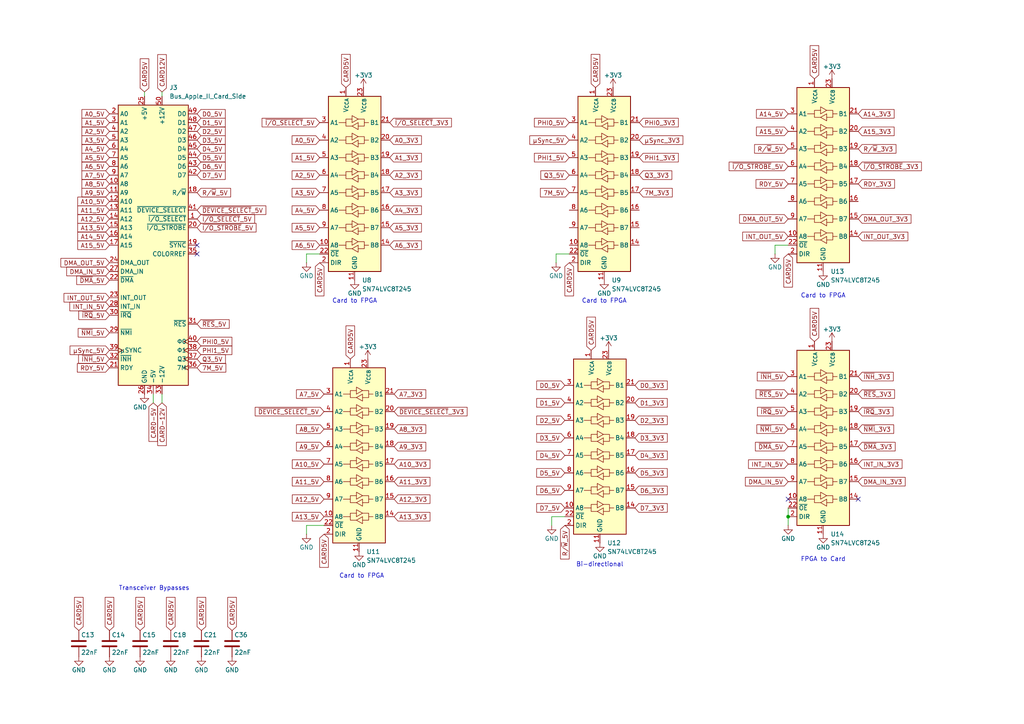
<source format=kicad_sch>
(kicad_sch (version 20250114) (generator "eeschema") (generator_version "9.0")
  (paper "A4")
  (title_block (title "Apple II Bus Interface - Level Shifted") (date "2025-11-30") (rev "1.0.0") (company "clock. Connected to FPGA banks 6 and 7.") (comment 1 "(PHI0, PHI1, R/W, device selects, DMA, interrupts, etc.). 25MHz oscillator for FPGA system") (comment 2 "(A0-A15), data (D0-D7 bidirectional, direction controlled by R/W), and control signals") (comment 3 "74LVC8T245 level shifters translating between 5V Apple II bus and 3.3V FPGA. Address") (comment 4 "Card Apple II bus interface. 50-pin card edge connector with full bus signals. Six"))
  (lib_symbols
    (symbol "Device:C" (pin_numbers (hide yes)) (pin_names (offset 0.254))
      (property "Reference" "C" (at 0.635 2.54 0))
      (property "Value" "C" (at 0.635 -2.54 0))
      (symbol "C_0_1"
        (polyline (pts (xy -2.032 0.762) (xy 2.032 0.762)) (stroke (width 0.508)))
        (polyline (pts (xy -2.032 -0.762) (xy 2.032 -0.762)) (stroke (width 0.508)))
      )
      (symbol "C_1_1"
        (pin passive line (at 0 3.81 270) (length 2.794) (name "~") (number "1"))
        (pin passive line (at 0 -3.81 90) (length 2.794) (name "~") (number "2"))
      )
    )
    (symbol "Logic_LevelTranslator:SN74LVC8T245"
      (property "Reference" "U" (at -6.35 27.94 0))
      (property "Value" "SN74LVC8T245" (at 3.81 27.94 0))
      (symbol "SN74LVC8T245_0_1"
        (rectangle (start -7.62 25.4) (end 7.62 -25.4) (stroke (width 0.254)) (fill (type background)))
        (polyline (pts (xy -2.54 17.78) (xy -2.54 18.796) (xy -0.762 18.796)))
        (polyline (pts (xy -2.54 7.62) (xy -2.54 8.636) (xy -0.762 8.636)))
        (polyline (pts (xy -2.54 -2.54) (xy -2.54 -1.524) (xy -0.762 -1.524)))
        (polyline (pts (xy -2.54 -12.7) (xy -2.54 -11.684) (xy -0.762 -11.684)))
        (polyline (pts (xy -0.762 17.78) (xy -0.762 19.812) (xy 1.016 18.796) (xy -0.762 17.78)))
        (polyline (pts (xy -0.762 16.764) (xy -2.54 16.764) (xy -2.54 17.78) (xy -4.572 17.78)))
        (polyline (pts (xy -0.762 7.62) (xy -0.762 9.652) (xy 1.016 8.636) (xy -0.762 7.62)))
        (polyline (pts (xy -0.762 6.604) (xy -2.54 6.604) (xy -2.54 7.62) (xy -4.572 7.62)))
        (polyline (pts (xy -0.762 -2.54) (xy -0.762 -0.508) (xy 1.016 -1.524) (xy -0.762 -2.54)))
        (polyline (pts (xy -0.762 -3.556) (xy -2.54 -3.556) (xy -2.54 -2.54) (xy -4.572 -2.54)))
        (polyline (pts (xy -0.762 -12.7) (xy -0.762 -10.668) (xy 1.016 -11.684) (xy -0.762 -12.7)))
        (polyline (pts (xy -0.762 -13.716) (xy -2.54 -13.716) (xy -2.54 -12.7) (xy -4.572 -12.7)))
        (polyline (pts (xy 1.016 18.796) (xy 2.794 18.796) (xy 2.794 17.78) (xy 4.064 17.78)))
        (polyline (pts (xy 1.016 17.78) (xy 1.016 16.002) (xy 1.016 15.748) (xy -0.762 16.764) (xy 1.016 17.78)))
        (polyline (pts (xy 1.016 8.636) (xy 2.794 8.636) (xy 2.794 7.62) (xy 4.064 7.62)))
        (polyline (pts (xy 1.016 7.62) (xy 1.016 5.842) (xy 1.016 5.588) (xy -0.762 6.604) (xy 1.016 7.62)))
        (polyline (pts (xy 1.016 2.54) (xy 1.016 0.762) (xy 1.016 0.508) (xy -0.762 1.524) (xy 1.016 2.54)))
        (polyline (pts (xy 1.016 -1.524) (xy 2.794 -1.524) (xy 2.794 -2.54) (xy 4.064 -2.54)))
        (polyline (pts (xy 1.016 -2.54) (xy 1.016 -4.318) (xy 1.016 -4.572) (xy -0.762 -3.556) (xy 1.016 -2.54)))
        (polyline (pts (xy 1.016 -11.684) (xy 2.794 -11.684) (xy 2.794 -12.7) (xy 4.064 -12.7)))
        (polyline (pts (xy 1.016 -12.7) (xy 1.016 -14.478) (xy 1.016 -14.732) (xy -0.762 -13.716) (xy 1.016 -12.7)))
        (polyline (pts (xy 1.016 -17.78) (xy 1.016 -19.558) (xy 1.016 -19.812) (xy -0.762 -18.796) (xy 1.016 -17.78)))
        (polyline (pts (xy 2.794 17.78) (xy 2.794 16.764) (xy 1.016 16.764)))
        (polyline (pts (xy 2.794 7.62) (xy 2.794 6.604) (xy 1.016 6.604)))
        (polyline (pts (xy 2.794 -2.54) (xy 2.794 -3.556) (xy 1.016 -3.556)))
        (polyline (pts (xy 2.794 -12.7) (xy 2.794 -13.716) (xy 1.016 -13.716)))
      )
      (symbol "SN74LVC8T245_1_1"
        (polyline (pts (xy -2.54 12.7) (xy -2.54 13.716) (xy -0.762 13.716)))
        (polyline (pts (xy -2.54 2.54) (xy -2.54 3.556) (xy -0.762 3.556)))
        (polyline (pts (xy -2.54 -7.62) (xy -2.54 -6.604) (xy -0.762 -6.604)))
        (polyline (pts (xy -2.54 -17.78) (xy -2.54 -16.764) (xy -0.762 -16.764)))
        (polyline (pts (xy -0.762 12.7) (xy -0.762 14.732) (xy 1.016 13.716) (xy -0.762 12.7)))
        (polyline (pts (xy -0.762 11.684) (xy -2.54 11.684) (xy -2.54 12.7) (xy -4.572 12.7)))
        (polyline (pts (xy -0.762 2.54) (xy -0.762 4.572) (xy 1.016 3.556) (xy -0.762 2.54)))
        (polyline (pts (xy -0.762 1.524) (xy -2.54 1.524) (xy -2.54 2.54) (xy -4.572 2.54)))
        (polyline (pts (xy -0.762 -7.62) (xy -0.762 -5.588) (xy 1.016 -6.604) (xy -0.762 -7.62)))
        (polyline (pts (xy -0.762 -8.636) (xy -2.54 -8.636) (xy -2.54 -7.62) (xy -4.572 -7.62)))
        (polyline (pts (xy -0.762 -17.78) (xy -0.762 -15.748) (xy 1.016 -16.764) (xy -0.762 -17.78)))
        (polyline (pts (xy -0.762 -18.796) (xy -2.54 -18.796) (xy -2.54 -17.78) (xy -4.572 -17.78)))
        (polyline (pts (xy 1.016 13.716) (xy 2.794 13.716) (xy 2.794 12.7) (xy 4.064 12.7)))
        (polyline (pts (xy 1.016 12.7) (xy 1.016 10.922) (xy 1.016 10.668) (xy -0.762 11.684) (xy 1.016 12.7)))
        (polyline (pts (xy 1.016 3.556) (xy 2.794 3.556) (xy 2.794 2.54) (xy 4.064 2.54)))
        (polyline (pts (xy 1.016 -6.604) (xy 2.794 -6.604) (xy 2.794 -7.62) (xy 4.064 -7.62)))
        (polyline (pts (xy 1.016 -7.62) (xy 1.016 -9.398) (xy 1.016 -9.652) (xy -0.762 -8.636) (xy 1.016 -7.62)))
        (polyline (pts (xy 1.016 -16.764) (xy 2.794 -16.764) (xy 2.794 -17.78) (xy 4.064 -17.78)))
        (polyline (pts (xy 2.794 12.7) (xy 2.794 11.684) (xy 1.016 11.684)))
        (polyline (pts (xy 2.794 2.54) (xy 2.794 1.524) (xy 1.016 1.524)))
        (polyline (pts (xy 2.794 -7.62) (xy 2.794 -8.636) (xy 1.016 -8.636)))
        (polyline (pts (xy 2.794 -17.78) (xy 2.794 -18.796) (xy 1.016 -18.796)))
        (pin bidirectional line (at -10.16 17.78 0) (length 2.54) (name "A1") (number "3"))
        (pin bidirectional line (at -10.16 12.7 0) (length 2.54) (name "A2") (number "4"))
        (pin bidirectional line (at -10.16 7.62 0) (length 2.54) (name "A3") (number "5"))
        (pin bidirectional line (at -10.16 2.54 0) (length 2.54) (name "A4") (number "6"))
        (pin bidirectional line (at -10.16 -2.54 0) (length 2.54) (name "A5") (number "7"))
        (pin bidirectional line (at -10.16 -7.62 0) (length 2.54) (name "A6") (number "8"))
        (pin bidirectional line (at -10.16 -12.7 0) (length 2.54) (name "A7") (number "9"))
        (pin bidirectional line (at -10.16 -17.78 0) (length 2.54) (name "A8") (number "10"))
        (pin input line (at -10.16 -20.32 0) (length 2.54) (name "~{OE}") (number "22"))
        (pin input line (at -10.16 -22.86 0) (length 2.54) (name "DIR") (number "2"))
        (pin power_in line (at -2.54 27.94 270) (length 2.54) (name "V_{CCA}") (number "1"))
        (pin power_in line (at 0 -27.94 90) (length 2.54) (name "GND") (number "11"))
        (pin passive line (at 0 -27.94 90) (length 2.54) (hide yes) (name "GND") (number "12"))
        (pin passive line (at 0 -27.94 90) (length 2.54) (hide yes) (name "GND") (number "13"))
        (pin power_in line (at 2.54 27.94 270) (length 2.54) (name "V_{CCB}") (number "23"))
        (pin passive line (at 2.54 27.94 270) (length 2.54) (hide yes) (name "V_{CCB}") (number "24"))
        (pin bidirectional line (at 10.16 17.78 180) (length 2.54) (name "B1") (number "21"))
        (pin bidirectional line (at 10.16 12.7 180) (length 2.54) (name "B2") (number "20"))
        (pin bidirectional line (at 10.16 7.62 180) (length 2.54) (name "B3") (number "19"))
        (pin bidirectional line (at 10.16 2.54 180) (length 2.54) (name "B4") (number "18"))
        (pin bidirectional line (at 10.16 -2.54 180) (length 2.54) (name "B5") (number "17"))
        (pin bidirectional line (at 10.16 -7.62 180) (length 2.54) (name "B6") (number "16"))
        (pin bidirectional line (at 10.16 -12.7 180) (length 2.54) (name "B7") (number "15"))
        (pin bidirectional line (at 10.16 -17.78 180) (length 2.54) (name "B8") (number "14"))
      )
    )
    (symbol "PCM_MA_Connector_AppleII:Bus_Apple_II_Card_Side" (in_bom no)
      (property "Reference" "J" (at 7.62 41.91 0))
      (property "Value" "Bus_Apple_II_Card_Side" (at 15.24 -41.91 0))
      (symbol "Bus_Apple_II_Card_Side_0_1"
        (rectangle (start -10.16 40.64) (end 10.16 -40.64) (stroke (width 0.254)) (fill (type background)))
      )
      (symbol "Bus_Apple_II_Card_Side_1_1"
        (pin bidirectional line (at -12.7 38.1 0) (length 2.54) (name "A0") (number "2"))
        (pin bidirectional line (at -12.7 35.56 0) (length 2.54) (name "A1") (number "3"))
        (pin bidirectional line (at -12.7 33.02 0) (length 2.54) (name "A2") (number "4"))
        (pin bidirectional line (at -12.7 30.48 0) (length 2.54) (name "A3") (number "5"))
        (pin bidirectional line (at -12.7 27.94 0) (length 2.54) (name "A4") (number "6"))
        (pin bidirectional line (at -12.7 25.4 0) (length 2.54) (name "A5") (number "7"))
        (pin bidirectional line (at -12.7 22.86 0) (length 2.54) (name "A6") (number "8"))
        (pin bidirectional line (at -12.7 20.32 0) (length 2.54) (name "A7") (number "9"))
        (pin bidirectional line (at -12.7 17.78 0) (length 2.54) (name "A8") (number "10"))
        (pin bidirectional line (at -12.7 15.24 0) (length 2.54) (name "A9") (number "11"))
        (pin bidirectional line (at -12.7 12.7 0) (length 2.54) (name "A10") (number "12"))
        (pin bidirectional line (at -12.7 10.16 0) (length 2.54) (name "A11") (number "13"))
        (pin bidirectional line (at -12.7 7.62 0) (length 2.54) (name "A12") (number "14"))
        (pin bidirectional line (at -12.7 5.08 0) (length 2.54) (name "A13") (number "15"))
        (pin bidirectional line (at -12.7 2.54 0) (length 2.54) (name "A14") (number "16"))
        (pin bidirectional line (at -12.7 0 0) (length 2.54) (name "A15") (number "17"))
        (pin input line (at -12.7 -5.08 0) (length 2.54) (name "DMA_OUT") (number "24"))
        (pin output line (at -12.7 -7.62 0) (length 2.54) (name "DMA_IN") (number "27"))
        (pin input line (at -12.7 -10.16 0) (length 2.54) (name "~{DMA}") (number "22"))
        (pin input line (at -12.7 -15.24 0) (length 2.54) (name "INT_OUT") (number "23"))
        (pin output line (at -12.7 -17.78 0) (length 2.54) (name "INT_IN") (number "28"))
        (pin bidirectional line (at -12.7 -20.32 0) (length 2.54) (name "~{IRQ}") (number "30"))
        (pin bidirectional line (at -12.7 -25.4 0) (length 2.54) (name "~{NMI}") (number "29"))
        (pin input line (at -12.7 -30.48 0) (length 2.54) (name "USER1") (number "39") (alternate "µSYNC" output clock))
        (pin input line (at -12.7 -33.02 0) (length 2.54) (name "~{INH}") (number "32"))
        (pin bidirectional line (at -12.7 -35.56 0) (length 2.54) (name "RDY") (number "21"))
        (pin power_out line (at -2.54 43.18 270) (length 2.54) (name "+5V") (number "25"))
        (pin power_out line (at -2.54 -43.18 90) (length 2.54) (name "GND") (number "26"))
        (pin power_out line (at 0 -43.18 90) (length 2.54) (name "-5V") (number "34"))
        (pin power_out line (at 2.54 43.18 270) (length 2.54) (name "+12V") (number "50"))
        (pin power_out line (at 2.54 -43.18 90) (length 2.54) (name "-12V") (number "33"))
        (pin bidirectional line (at 12.7 38.1 180) (length 2.54) (name "D0") (number "49"))
        (pin bidirectional line (at 12.7 35.56 180) (length 2.54) (name "D1") (number "48"))
        (pin bidirectional line (at 12.7 33.02 180) (length 2.54) (name "D2") (number "47"))
        (pin bidirectional line (at 12.7 30.48 180) (length 2.54) (name "D3") (number "46"))
        (pin bidirectional line (at 12.7 27.94 180) (length 2.54) (name "D4") (number "45"))
        (pin bidirectional line (at 12.7 25.4 180) (length 2.54) (name "D5") (number "44"))
        (pin bidirectional line (at 12.7 22.86 180) (length 2.54) (name "D6") (number "43"))
        (pin bidirectional line (at 12.7 20.32 180) (length 2.54) (name "D7") (number "42"))
        (pin bidirectional line (at 12.7 15.24 180) (length 2.54) (name "R/~{W}") (number "18"))
        (pin output line (at 12.7 10.16 180) (length 2.54) (name "~{DEVICE_SELECT}") (number "41"))
        (pin output line (at 12.7 7.62 180) (length 2.54) (name "~{I/O_SELECT}") (number "1"))
        (pin output line (at 12.7 5.08 180) (length 2.54) (name "~{I/O_STROBE}") (number "20"))
        (pin input line (at 12.7 0 180) (length 2.54) (name "TESTPIN") (number "19") (alternate "~{SYNC}" output line))
        (pin input line (at 12.7 -2.54 180) (length 2.54) (name "TESTPIN") (number "35") (alternate "COLORREF" output line))
        (pin bidirectional line (at 12.7 -22.86 180) (length 2.54) (name "~{RES}") (number "31"))
        (pin output clock (at 12.7 -27.94 180) (length 2.54) (name "Φ0") (number "40"))
        (pin output clock (at 12.7 -30.48 180) (length 2.54) (name "Φ1") (number "38"))
        (pin output clock (at 12.7 -33.02 180) (length 2.54) (name "Q3") (number "37"))
        (pin output clock (at 12.7 -35.56 180) (length 2.54) (name "7M") (number "36"))
      )
    )
    (symbol "power:+3V3" (power) (pin_numbers (hide yes)) (pin_names (offset 0) (hide yes))
      (property "Value" "+3V3" (at 0 3.556 0))
      (symbol "+3V3_0_1"
        (polyline (pts (xy -0.762 1.27) (xy 0 2.54)))
        (polyline (pts (xy 0 2.54) (xy 0.762 1.27)))
        (polyline (pts (xy 0 0) (xy 0 2.54)))
      )
      (symbol "+3V3_1_1"
        (pin power_in line (at 0 0 90) (length 0) (name "~") (number "1"))
      )
    )
    (symbol "power:GND" (power) (pin_numbers (hide yes)) (pin_names (offset 0) (hide yes))
      (property "Value" "GND" (at 0 -3.81 0))
      (symbol "GND_0_1"
        (polyline (pts (xy 0 0) (xy 0 -1.27) (xy 1.27 -1.27) (xy 0 -2.54) (xy -1.27 -1.27) (xy 0 -1.27)))
      )
      (symbol "GND_1_1"
        (pin power_in line (at 0 0 270) (length 0) (name "~") (number "1"))
      )
    )
  )
  (text "Transceiver Bypasses" (at 44.704 170.688 0) (effects (font (size 1.27 1.27))))
  (text "Card to FPGA" (at 104.902 167.132 0) (effects (font (size 1.27 1.27))))
  (text "Card to FPGA" (at 238.76 85.852 0) (effects (font (size 1.27 1.27))))
  (text "Bi-directional" (at 173.99 163.83 0) (effects (font (size 1.27 1.27))))
  (text "FPGA to Card" (at 238.76 162.306 0) (effects (font (size 1.27 1.27))))
  (text "Card to FPGA" (at 102.87 87.376 0) (effects (font (size 1.27 1.27))))
  (text "Card to FPGA" (at 175.26 87.376 0) (effects (font (size 1.27 1.27))))
  (junction (at 228.6 149.86))
  (no_connect (at 57.15 73.66))
  (no_connect (at 57.15 71.12))
  (no_connect (at 228.6 144.78))
  (no_connect (at 248.92 144.78))
  (wire (pts (xy 160.02 152.4) (xy 160.02 149.86)))
  (wire (pts (xy 161.29 73.66) (xy 161.29 76.2)))
  (wire (pts (xy 228.6 149.86) (xy 228.6 152.4)))
  (wire (pts (xy 165.1 73.66) (xy 161.29 73.66)))
  (wire (pts (xy 44.45 114.3) (xy 44.45 116.84)))
  (wire (pts (xy 41.91 26.67) (xy 41.91 27.94)))
  (wire (pts (xy 46.99 26.67) (xy 46.99 27.94)))
  (wire (pts (xy 228.6 71.12) (xy 224.79 71.12)))
  (wire (pts (xy 228.6 147.32) (xy 228.6 149.86)))
  (wire (pts (xy 46.99 114.3) (xy 46.99 116.84)))
  (wire (pts (xy 88.9 152.4) (xy 93.98 152.4)))
  (wire (pts (xy 224.79 71.12) (xy 224.79 73.66)))
  (wire (pts (xy 160.02 149.86) (xy 163.83 149.86)))
  (wire (pts (xy 88.9 152.4) (xy 88.9 154.94)))
  (wire (pts (xy 88.9 73.66) (xy 88.9 76.2)))
  (wire (pts (xy 92.71 73.66) (xy 88.9 73.66)))
  (global_label "A7_5V" (shape input) (at 31.75 50.8 180) (property "Intersheetrefs" "${INTERSHEET_REFS}" (effects (hide yes))))
  (global_label "A1_5V" (shape input) (at 31.75 35.56 180) (property "Intersheetrefs" "${INTERSHEET_REFS}" (effects (hide yes))))
  (global_label "CARD-12V" (shape input) (at 46.99 116.84 270) (property "Intersheetrefs" "${INTERSHEET_REFS}" (effects (hide yes))))
  (global_label "A5_5V" (shape input) (at 92.71 66.04 180) (property "Intersheetrefs" "${INTERSHEET_REFS}" (effects (hide yes))))
  (global_label "PHI0_3V3" (shape input) (at 185.42 35.56 0) (property "Intersheetrefs" "${INTERSHEET_REFS}" (effects (hide yes))))
  (global_label "A2_5V" (shape input) (at 92.71 50.8 180) (property "Intersheetrefs" "${INTERSHEET_REFS}" (effects (hide yes))))
  (global_label "µSync_3V3" (shape input) (at 185.42 40.64 0) (property "Intersheetrefs" "${INTERSHEET_REFS}" (effects (hide yes))))
  (global_label "Q3_5V" (shape input) (at 57.15 104.14 0) (property "Intersheetrefs" "${INTERSHEET_REFS}" (effects (hide yes))))
  (global_label "INT_OUT_5V" (shape input) (at 31.75 86.36 180) (property "Intersheetrefs" "${INTERSHEET_REFS}" (effects (hide yes))))
  (global_label "D0_3V3" (shape input) (at 184.15 111.76 0) (property "Intersheetrefs" "${INTERSHEET_REFS}" (effects (hide yes))))
  (global_label "D3_5V" (shape input) (at 163.83 127 180) (property "Intersheetrefs" "${INTERSHEET_REFS}" (effects (hide yes))))
  (global_label "D6_5V" (shape input) (at 163.83 142.24 180) (property "Intersheetrefs" "${INTERSHEET_REFS}" (effects (hide yes))))
  (global_label "~{RES}_5V" (shape input) (at 57.15 93.98 0) (property "Intersheetrefs" "${INTERSHEET_REFS}" (effects (hide yes))))
  (global_label "R{slash}~{W}_5V" (shape input) (at 57.15 55.88 0) (property "Intersheetrefs" "${INTERSHEET_REFS}" (effects (hide yes))))
  (global_label "D5_5V" (shape input) (at 163.83 137.16 180) (property "Intersheetrefs" "${INTERSHEET_REFS}" (effects (hide yes))))
  (global_label "CARD12V" (shape input) (at 46.99 26.67 90) (property "Intersheetrefs" "${INTERSHEET_REFS}" (effects (hide yes))))
  (global_label "~{INH}_5V" (shape input) (at 228.6 109.22 180) (property "Intersheetrefs" "${INTERSHEET_REFS}" (effects (hide yes))))
  (global_label "INT_OUT_5V" (shape input) (at 228.6 68.58 180) (property "Intersheetrefs" "${INTERSHEET_REFS}" (effects (hide yes))))
  (global_label "7M_5V" (shape input) (at 57.15 106.68 0) (property "Intersheetrefs" "${INTERSHEET_REFS}" (effects (hide yes))))
  (global_label "A3_5V" (shape input) (at 92.71 55.88 180) (property "Intersheetrefs" "${INTERSHEET_REFS}" (effects (hide yes))))
  (global_label "D3_5V" (shape input) (at 57.15 40.64 0) (property "Intersheetrefs" "${INTERSHEET_REFS}" (effects (hide yes))))
  (global_label "CARD5V" (shape input) (at 172.72 25.4 90) (property "Intersheetrefs" "${INTERSHEET_REFS}" (effects (hide yes))))
  (global_label "A2_3V3" (shape input) (at 113.03 50.8 0) (property "Intersheetrefs" "${INTERSHEET_REFS}" (effects (hide yes))))
  (global_label "A15_3V3" (shape input) (at 248.92 38.1 0) (property "Intersheetrefs" "${INTERSHEET_REFS}" (effects (hide yes))))
  (global_label "~{IRQ}_5V" (shape input) (at 228.6 119.38 180) (property "Intersheetrefs" "${INTERSHEET_REFS}" (effects (hide yes))))
  (global_label "~{DEVICE_SELECT}_5V" (shape input) (at 93.98 119.38 180) (property "Intersheetrefs" "${INTERSHEET_REFS}" (effects (hide yes))))
  (global_label "DMA_IN_3V3" (shape input) (at 248.92 139.7 0) (property "Intersheetrefs" "${INTERSHEET_REFS}" (effects (hide yes))))
  (global_label "A4_5V" (shape input) (at 31.75 43.18 180) (property "Intersheetrefs" "${INTERSHEET_REFS}" (effects (hide yes))))
  (global_label "A11_5V" (shape input) (at 93.98 139.7 180) (property "Intersheetrefs" "${INTERSHEET_REFS}" (effects (hide yes))))
  (global_label "A8_5V" (shape input) (at 93.98 124.46 180) (property "Intersheetrefs" "${INTERSHEET_REFS}" (effects (hide yes))))
  (global_label "D4_5V" (shape input) (at 163.83 132.08 180) (property "Intersheetrefs" "${INTERSHEET_REFS}" (effects (hide yes))))
  (global_label "DMA_IN_5V" (shape input) (at 31.75 78.74 180) (property "Intersheetrefs" "${INTERSHEET_REFS}" (effects (hide yes))))
  (global_label "D6_3V3" (shape input) (at 184.15 142.24 0) (property "Intersheetrefs" "${INTERSHEET_REFS}" (effects (hide yes))))
  (global_label "CARD5V" (shape input) (at 31.75 182.88 90) (property "Intersheetrefs" "${INTERSHEET_REFS}" (effects (hide yes))))
  (global_label "A5_5V" (shape input) (at 31.75 45.72 180) (property "Intersheetrefs" "${INTERSHEET_REFS}" (effects (hide yes))))
  (global_label "A10_5V" (shape input) (at 93.98 134.62 180) (property "Intersheetrefs" "${INTERSHEET_REFS}" (effects (hide yes))))
  (global_label "D3_3V3" (shape input) (at 184.15 127 0) (property "Intersheetrefs" "${INTERSHEET_REFS}" (effects (hide yes))))
  (global_label "D4_3V3" (shape input) (at 184.15 132.08 0) (property "Intersheetrefs" "${INTERSHEET_REFS}" (effects (hide yes))))
  (global_label "~{INH}_3V3" (shape input) (at 248.92 109.22 0) (property "Intersheetrefs" "${INTERSHEET_REFS}" (effects (hide yes))))
  (global_label "D2_5V" (shape input) (at 57.15 38.1 0) (property "Intersheetrefs" "${INTERSHEET_REFS}" (effects (hide yes))))
  (global_label "CARD5V" (shape input) (at 67.31 182.88 90) (property "Intersheetrefs" "${INTERSHEET_REFS}" (effects (hide yes))))
  (global_label "A13_3V3" (shape input) (at 114.3 149.86 0) (property "Intersheetrefs" "${INTERSHEET_REFS}" (effects (hide yes))))
  (global_label "~{DMA}_5V" (shape input) (at 31.75 81.28 180) (property "Intersheetrefs" "${INTERSHEET_REFS}" (effects (hide yes))))
  (global_label "A12_3V3" (shape input) (at 114.3 144.78 0) (property "Intersheetrefs" "${INTERSHEET_REFS}" (effects (hide yes))))
  (global_label "A10_3V3" (shape input) (at 114.3 134.62 0) (property "Intersheetrefs" "${INTERSHEET_REFS}" (effects (hide yes))))
  (global_label "D5_5V" (shape input) (at 57.15 45.72 0) (property "Intersheetrefs" "${INTERSHEET_REFS}" (effects (hide yes))))
  (global_label "D2_5V" (shape input) (at 163.83 121.92 180) (property "Intersheetrefs" "${INTERSHEET_REFS}" (effects (hide yes))))
  (global_label "PHI1_3V3" (shape input) (at 185.42 45.72 0) (property "Intersheetrefs" "${INTERSHEET_REFS}" (effects (hide yes))))
  (global_label "R{slash}~{W}_5V" (shape input) (at 163.83 152.4 270) (property "Intersheetrefs" "${INTERSHEET_REFS}" (effects (hide yes))))
  (global_label "A9_5V" (shape input) (at 31.75 55.88 180) (property "Intersheetrefs" "${INTERSHEET_REFS}" (effects (hide yes))))
  (global_label "A6_5V" (shape input) (at 92.71 71.12 180) (property "Intersheetrefs" "${INTERSHEET_REFS}" (effects (hide yes))))
  (global_label "CARD5V" (shape input) (at 92.71 76.2 270) (property "Intersheetrefs" "${INTERSHEET_REFS}" (effects (hide yes))))
  (global_label "PHI1_5V" (shape input) (at 165.1 45.72 180) (property "Intersheetrefs" "${INTERSHEET_REFS}" (effects (hide yes))))
  (global_label "A12_5V" (shape input) (at 93.98 144.78 180) (property "Intersheetrefs" "${INTERSHEET_REFS}" (effects (hide yes))))
  (global_label "µSync_5V" (shape input) (at 165.1 40.64 180) (property "Intersheetrefs" "${INTERSHEET_REFS}" (effects (hide yes))))
  (global_label "A6_5V" (shape input) (at 31.75 48.26 180) (property "Intersheetrefs" "${INTERSHEET_REFS}" (effects (hide yes))))
  (global_label "A0_5V" (shape input) (at 31.75 33.02 180) (property "Intersheetrefs" "${INTERSHEET_REFS}" (effects (hide yes))))
  (global_label "D0_5V" (shape input) (at 57.15 33.02 0) (property "Intersheetrefs" "${INTERSHEET_REFS}" (effects (hide yes))))
  (global_label "A11_5V" (shape input) (at 31.75 60.96 180) (property "Intersheetrefs" "${INTERSHEET_REFS}" (effects (hide yes))))
  (global_label "A9_5V" (shape input) (at 93.98 129.54 180) (property "Intersheetrefs" "${INTERSHEET_REFS}" (effects (hide yes))))
  (global_label "RDY_5V" (shape input) (at 228.6 53.34 180) (property "Intersheetrefs" "${INTERSHEET_REFS}" (effects (hide yes))))
  (global_label "CARD5V" (shape input) (at 58.42 182.88 90) (property "Intersheetrefs" "${INTERSHEET_REFS}" (effects (hide yes))))
  (global_label "CARD5V" (shape input) (at 165.1 76.2 270) (property "Intersheetrefs" "${INTERSHEET_REFS}" (effects (hide yes))))
  (global_label "A4_5V" (shape input) (at 92.71 60.96 180) (property "Intersheetrefs" "${INTERSHEET_REFS}" (effects (hide yes))))
  (global_label "CARD5V" (shape input) (at 93.98 154.94 270) (property "Intersheetrefs" "${INTERSHEET_REFS}" (effects (hide yes))))
  (global_label "7M_3V3" (shape input) (at 185.42 55.88 0) (property "Intersheetrefs" "${INTERSHEET_REFS}" (effects (hide yes))))
  (global_label "D4_5V" (shape input) (at 57.15 43.18 0) (property "Intersheetrefs" "${INTERSHEET_REFS}" (effects (hide yes))))
  (global_label "CARD5V" (shape input) (at 49.53 182.88 90) (property "Intersheetrefs" "${INTERSHEET_REFS}" (effects (hide yes))))
  (global_label "A0_5V" (shape input) (at 92.71 40.64 180) (property "Intersheetrefs" "${INTERSHEET_REFS}" (effects (hide yes))))
  (global_label "PHI1_5V" (shape input) (at 57.15 101.6 0) (property "Intersheetrefs" "${INTERSHEET_REFS}" (effects (hide yes))))
  (global_label "7M_5V" (shape input) (at 165.1 55.88 180) (property "Intersheetrefs" "${INTERSHEET_REFS}" (effects (hide yes))))
  (global_label "CARD-5V" (shape input) (at 44.45 116.84 270) (property "Intersheetrefs" "${INTERSHEET_REFS}" (effects (hide yes))))
  (global_label "~{NMI}_5V" (shape input) (at 228.6 124.46 180) (property "Intersheetrefs" "${INTERSHEET_REFS}" (effects (hide yes))))
  (global_label "~{INH}_5V" (shape input) (at 31.75 104.14 180) (property "Intersheetrefs" "${INTERSHEET_REFS}" (effects (hide yes))))
  (global_label "CARD5V" (shape input) (at 101.6 104.14 90) (property "Intersheetrefs" "${INTERSHEET_REFS}" (effects (hide yes))))
  (global_label "INT_IN_3V3" (shape input) (at 248.92 134.62 0) (property "Intersheetrefs" "${INTERSHEET_REFS}" (effects (hide yes))))
  (global_label "A4_3V3" (shape input) (at 113.03 60.96 0) (property "Intersheetrefs" "${INTERSHEET_REFS}" (effects (hide yes))))
  (global_label "CARD5V" (shape input) (at 236.22 99.06 90) (property "Intersheetrefs" "${INTERSHEET_REFS}" (effects (hide yes))))
  (global_label "DMA_IN_5V" (shape input) (at 228.6 139.7 180) (property "Intersheetrefs" "${INTERSHEET_REFS}" (effects (hide yes))))
  (global_label "A7_5V" (shape input) (at 93.98 114.3 180) (property "Intersheetrefs" "${INTERSHEET_REFS}" (effects (hide yes))))
  (global_label "A5_3V3" (shape input) (at 113.03 66.04 0) (property "Intersheetrefs" "${INTERSHEET_REFS}" (effects (hide yes))))
  (global_label "A8_3V3" (shape input) (at 114.3 124.46 0) (property "Intersheetrefs" "${INTERSHEET_REFS}" (effects (hide yes))))
  (global_label "CARD5V" (shape input) (at 171.45 101.6 90) (property "Intersheetrefs" "${INTERSHEET_REFS}" (effects (hide yes))))
  (global_label "A8_5V" (shape input) (at 31.75 53.34 180) (property "Intersheetrefs" "${INTERSHEET_REFS}" (effects (hide yes))))
  (global_label "A3_5V" (shape input) (at 31.75 40.64 180) (property "Intersheetrefs" "${INTERSHEET_REFS}" (effects (hide yes))))
  (global_label "A11_3V3" (shape input) (at 114.3 139.7 0) (property "Intersheetrefs" "${INTERSHEET_REFS}" (effects (hide yes))))
  (global_label "A3_3V3" (shape input) (at 113.03 55.88 0) (property "Intersheetrefs" "${INTERSHEET_REFS}" (effects (hide yes))))
  (global_label "~{DEVICE_SELECT}_5V" (shape input) (at 57.15 60.96 0) (property "Intersheetrefs" "${INTERSHEET_REFS}" (effects (hide yes))))
  (global_label "~{I{slash}O_STROBE}_5V" (shape input) (at 228.6 48.26 180) (property "Intersheetrefs" "${INTERSHEET_REFS}" (effects (hide yes))))
  (global_label "~{I{slash}O_SELECT}_5V" (shape input) (at 57.15 63.5 0) (property "Intersheetrefs" "${INTERSHEET_REFS}" (effects (hide yes))))
  (global_label "PHI0_5V" (shape input) (at 165.1 35.56 180) (property "Intersheetrefs" "${INTERSHEET_REFS}" (effects (hide yes))))
  (global_label "D1_5V" (shape input) (at 163.83 116.84 180) (property "Intersheetrefs" "${INTERSHEET_REFS}" (effects (hide yes))))
  (global_label "D6_5V" (shape input) (at 57.15 48.26 0) (property "Intersheetrefs" "${INTERSHEET_REFS}" (effects (hide yes))))
  (global_label "A12_5V" (shape input) (at 31.75 63.5 180) (property "Intersheetrefs" "${INTERSHEET_REFS}" (effects (hide yes))))
  (global_label "D1_3V3" (shape input) (at 184.15 116.84 0) (property "Intersheetrefs" "${INTERSHEET_REFS}" (effects (hide yes))))
  (global_label "CARD5V" (shape input) (at 228.6 73.66 270) (property "Intersheetrefs" "${INTERSHEET_REFS}" (effects (hide yes))))
  (global_label "A6_3V3" (shape input) (at 113.03 71.12 0) (property "Intersheetrefs" "${INTERSHEET_REFS}" (effects (hide yes))))
  (global_label "~{DEVICE_SELECT}_3V3" (shape input) (at 114.3 119.38 0) (property "Intersheetrefs" "${INTERSHEET_REFS}" (effects (hide yes))))
  (global_label "A14_5V" (shape input) (at 31.75 68.58 180) (property "Intersheetrefs" "${INTERSHEET_REFS}" (effects (hide yes))))
  (global_label "D5_3V3" (shape input) (at 184.15 137.16 0) (property "Intersheetrefs" "${INTERSHEET_REFS}" (effects (hide yes))))
  (global_label "A15_5V" (shape input) (at 228.6 38.1 180) (property "Intersheetrefs" "${INTERSHEET_REFS}" (effects (hide yes))))
  (global_label "INT_IN_5V" (shape input) (at 228.6 134.62 180) (property "Intersheetrefs" "${INTERSHEET_REFS}" (effects (hide yes))))
  (global_label "A9_3V3" (shape input) (at 114.3 129.54 0) (property "Intersheetrefs" "${INTERSHEET_REFS}" (effects (hide yes))))
  (global_label "DMA_OUT_3V3" (shape input) (at 248.92 63.5 0) (property "Intersheetrefs" "${INTERSHEET_REFS}" (effects (hide yes))))
  (global_label "~{I{slash}O_STROBE}_3V3" (shape input) (at 248.92 48.26 0) (property "Intersheetrefs" "${INTERSHEET_REFS}" (effects (hide yes))))
  (global_label "CARD5V" (shape input) (at 41.91 26.67 90) (property "Intersheetrefs" "${INTERSHEET_REFS}" (effects (hide yes))))
  (global_label "PHI0_5V" (shape input) (at 57.15 99.06 0) (property "Intersheetrefs" "${INTERSHEET_REFS}" (effects (hide yes))))
  (global_label "RDY_5V" (shape input) (at 31.75 106.68 180) (property "Intersheetrefs" "${INTERSHEET_REFS}" (effects (hide yes))))
  (global_label "D7_5V" (shape input) (at 163.83 147.32 180) (property "Intersheetrefs" "${INTERSHEET_REFS}" (effects (hide yes))))
  (global_label "~{I{slash}O_SELECT}_3V3" (shape input) (at 113.03 35.56 0) (property "Intersheetrefs" "${INTERSHEET_REFS}" (effects (hide yes))))
  (global_label "CARD5V" (shape input) (at 100.33 25.4 90) (property "Intersheetrefs" "${INTERSHEET_REFS}" (effects (hide yes))))
  (global_label "~{IRQ}_5V" (shape input) (at 31.75 91.44 180) (property "Intersheetrefs" "${INTERSHEET_REFS}" (effects (hide yes))))
  (global_label "INT_IN_5V" (shape input) (at 31.75 88.9 180) (property "Intersheetrefs" "${INTERSHEET_REFS}" (effects (hide yes))))
  (global_label "R{slash}~{W}_5V" (shape input) (at 228.6 43.18 180) (property "Intersheetrefs" "${INTERSHEET_REFS}" (effects (hide yes))))
  (global_label "A15_5V" (shape input) (at 31.75 71.12 180) (property "Intersheetrefs" "${INTERSHEET_REFS}" (effects (hide yes))))
  (global_label "R{slash}~{W}_3V3" (shape input) (at 248.92 43.18 0) (property "Intersheetrefs" "${INTERSHEET_REFS}" (effects (hide yes))))
  (global_label "~{NMI}_5V" (shape input) (at 31.75 96.52 180) (property "Intersheetrefs" "${INTERSHEET_REFS}" (effects (hide yes))))
  (global_label "A14_3V3" (shape input) (at 248.92 33.02 0) (property "Intersheetrefs" "${INTERSHEET_REFS}" (effects (hide yes))))
  (global_label "RDY_3V3" (shape input) (at 248.92 53.34 0) (property "Intersheetrefs" "${INTERSHEET_REFS}" (effects (hide yes))))
  (global_label "DMA_OUT_5V" (shape input) (at 31.75 76.2 180) (property "Intersheetrefs" "${INTERSHEET_REFS}" (effects (hide yes))))
  (global_label "A13_5V" (shape input) (at 31.75 66.04 180) (property "Intersheetrefs" "${INTERSHEET_REFS}" (effects (hide yes))))
  (global_label "Q3_5V" (shape input) (at 165.1 50.8 180) (property "Intersheetrefs" "${INTERSHEET_REFS}" (effects (hide yes))))
  (global_label "A7_3V3" (shape input) (at 114.3 114.3 0) (property "Intersheetrefs" "${INTERSHEET_REFS}" (effects (hide yes))))
  (global_label "CARD5V" (shape input) (at 22.86 182.88 90) (property "Intersheetrefs" "${INTERSHEET_REFS}" (effects (hide yes))))
  (global_label "A1_5V" (shape input) (at 92.71 45.72 180) (property "Intersheetrefs" "${INTERSHEET_REFS}" (effects (hide yes))))
  (global_label "D7_5V" (shape input) (at 57.15 50.8 0) (property "Intersheetrefs" "${INTERSHEET_REFS}" (effects (hide yes))))
  (global_label "~{RES}_5V" (shape input) (at 228.6 114.3 180) (property "Intersheetrefs" "${INTERSHEET_REFS}" (effects (hide yes))))
  (global_label "A10_5V" (shape input) (at 31.75 58.42 180) (property "Intersheetrefs" "${INTERSHEET_REFS}" (effects (hide yes))))
  (global_label "A2_5V" (shape input) (at 31.75 38.1 180) (property "Intersheetrefs" "${INTERSHEET_REFS}" (effects (hide yes))))
  (global_label "~{I{slash}O_SELECT}_5V" (shape input) (at 92.71 35.56 180) (property "Intersheetrefs" "${INTERSHEET_REFS}" (effects (hide yes))))
  (global_label "CARD5V" (shape input) (at 40.64 182.88 90) (property "Intersheetrefs" "${INTERSHEET_REFS}" (effects (hide yes))))
  (global_label "~{RES}_3V3" (shape input) (at 248.92 114.3 0) (property "Intersheetrefs" "${INTERSHEET_REFS}" (effects (hide yes))))
  (global_label "A13_5V" (shape input) (at 93.98 149.86 180) (property "Intersheetrefs" "${INTERSHEET_REFS}" (effects (hide yes))))
  (global_label "CARD5V" (shape input) (at 236.22 22.86 90) (property "Intersheetrefs" "${INTERSHEET_REFS}" (effects (hide yes))))
  (global_label "~{DMA}_5V" (shape input) (at 228.6 129.54 180) (property "Intersheetrefs" "${INTERSHEET_REFS}" (effects (hide yes))))
  (global_label "µSync_5V" (shape input) (at 31.75 101.6 180) (property "Intersheetrefs" "${INTERSHEET_REFS}" (effects (hide yes))))
  (global_label "INT_OUT_3V3" (shape input) (at 248.92 68.58 0) (property "Intersheetrefs" "${INTERSHEET_REFS}" (effects (hide yes))))
  (global_label "Q3_3V3" (shape input) (at 185.42 50.8 0) (property "Intersheetrefs" "${INTERSHEET_REFS}" (effects (hide yes))))
  (global_label "~{NMI}_3V3" (shape input) (at 248.92 124.46 0) (property "Intersheetrefs" "${INTERSHEET_REFS}" (effects (hide yes))))
  (global_label "DMA_OUT_5V" (shape input) (at 228.6 63.5 180) (property "Intersheetrefs" "${INTERSHEET_REFS}" (effects (hide yes))))
  (global_label "~{DMA}_3V3" (shape input) (at 248.92 129.54 0) (property "Intersheetrefs" "${INTERSHEET_REFS}" (effects (hide yes))))
  (global_label "D1_5V" (shape input) (at 57.15 35.56 0) (property "Intersheetrefs" "${INTERSHEET_REFS}" (effects (hide yes))))
  (global_label "~{I{slash}O_STROBE}_5V" (shape input) (at 57.15 66.04 0) (property "Intersheetrefs" "${INTERSHEET_REFS}" (effects (hide yes))))
  (global_label "D0_5V" (shape input) (at 163.83 111.76 180) (property "Intersheetrefs" "${INTERSHEET_REFS}" (effects (hide yes))))
  (global_label "A1_3V3" (shape input) (at 113.03 45.72 0) (property "Intersheetrefs" "${INTERSHEET_REFS}" (effects (hide yes))))
  (global_label "A0_3V3" (shape input) (at 113.03 40.64 0) (property "Intersheetrefs" "${INTERSHEET_REFS}" (effects (hide yes))))
  (global_label "D2_3V3" (shape input) (at 184.15 121.92 0) (property "Intersheetrefs" "${INTERSHEET_REFS}" (effects (hide yes))))
  (global_label "~{IRQ}_3V3" (shape input) (at 248.92 119.38 0) (property "Intersheetrefs" "${INTERSHEET_REFS}" (effects (hide yes))))
  (global_label "D7_3V3" (shape input) (at 184.15 147.32 0) (property "Intersheetrefs" "${INTERSHEET_REFS}" (effects (hide yes))))
  (global_label "A14_5V" (shape input) (at 228.6 33.02 180) (property "Intersheetrefs" "${INTERSHEET_REFS}" (effects (hide yes))))
  (symbol (lib_id "Logic_LevelTranslator:SN74LVC8T245") (at 175.26 53.34 0) (unit 1)
    (property "Reference" "U9" (at 177.4033 81.28 0) (effects (justify left)))
    (property "Value" "SN74LVC8T245" (at 177.4033 83.82 0) (effects (justify left)))
    (property "Footprint" "footprints:DBQ24-L" (effects (hide yes)))
    (property "Datasheet" "https://www.ti.com/lit/ds/symlink/sn74lvc8t245.pdf" (effects (hide yes)))
    (property "Description" "8-Bit Dual-Supply Bus Transceiver With Configurable Voltage Translation and 3-State Outputs" (effects (hide yes)))
  )
  (symbol (lib_id "Device:C") (at 22.86 186.69 0) (unit 1)
    (property "Reference" "C13" (at 23.495 184.15 0) (effects (justify left)))
    (property "Value" "22nF" (at 23.495 189.23 0) (effects (justify left)))
    (property "Footprint" "Capacitor_SMD:C_0603_1608Metric" (effects (hide yes)))
    (property "MPN" "CX0603MRX7R8BB223" (effects (hide yes)))
  )
  (symbol (lib_id "Device:C") (at 31.75 186.69 0) (unit 1)
    (property "Reference" "C14" (at 32.385 184.15 0) (effects (justify left)))
    (property "Value" "22nF" (at 32.385 189.23 0) (effects (justify left)))
    (property "Footprint" "Capacitor_SMD:C_0603_1608Metric" (effects (hide yes)))
    (property "MPN" "CX0603MRX7R8BB223" (effects (hide yes)))
  )
  (symbol (lib_id "PCM_MA_Connector_AppleII:Bus_Apple_II_Card_Side") (at 44.45 71.12 0) (unit 1) (in_bom no)
    (property "Reference" "J3" (at 49.1333 25.4 0) (effects (justify left)))
    (property "Value" "Bus_Apple_II_Card_Side" (at 49.1333 27.94 0) (effects (justify left)))
    (property "Footprint" "PCM_MA_Connector_AppleII:Peripheral_Bus_Edge" (effects (hide yes)))
    (property "Datasheet" "https://archive.org/details/Apple_II_Mini_Manual/page/n37/mode/2up" (effects (hide yes)))
    (property "Description" "Apple II bus connector. Use this symbol on the card side, i.e. for making Apple II-compatible peripheral cards." (effects (hide yes)))
    (pin "35" (alternate "COLORREF"))
    (pin "39" (alternate "µSYNC"))
    (pin "19" (alternate "~{SYNC}"))
  )
  (symbol (lib_id "power:+3V3") (at 106.68 104.14 0) (unit 1)
    (property "Reference" "#PWR020" (effects (hide yes)))
    (property "Value" "+3V3" (at 106.68 100.584 0))
  )
  (symbol (lib_id "Device:C") (at 67.31 186.69 0) (unit 1)
    (property "Reference" "C36" (at 67.945 184.15 0) (effects (justify left)))
    (property "Value" "22nF" (at 67.945 189.23 0) (effects (justify left)))
    (property "Footprint" "Capacitor_SMD:C_0603_1608Metric" (effects (hide yes)))
    (property "MPN" "CX0603MRX7R8BB223" (effects (hide yes)))
  )
  (symbol (lib_id "power:GND") (at 224.79 73.66 0) (unit 1)
    (property "Reference" "#PWR013" (effects (hide yes)))
    (property "Value" "GND" (at 224.79 77.47 0))
  )
  (symbol (lib_id "Logic_LevelTranslator:SN74LVC8T245") (at 238.76 50.8 0) (unit 1)
    (property "Reference" "U13" (at 240.9033 78.74 0) (effects (justify left)))
    (property "Value" "SN74LVC8T245" (at 240.9033 81.28 0) (effects (justify left)))
    (property "Footprint" "footprints:DBQ24-L" (effects (hide yes)))
    (property "Datasheet" "https://www.ti.com/lit/ds/symlink/sn74lvc8t245.pdf" (effects (hide yes)))
    (property "Description" "8-Bit Dual-Supply Bus Transceiver With Configurable Voltage Translation and 3-State Outputs" (effects (hide yes)))
  )
  (symbol (lib_id "power:GND") (at 102.87 81.28 0) (unit 1)
    (property "Reference" "#PWR08" (effects (hide yes)))
    (property "Value" "GND" (at 102.87 85.09 0))
  )
  (symbol (lib_id "Logic_LevelTranslator:SN74LVC8T245") (at 238.76 127 0) (unit 1)
    (property "Reference" "U14" (at 240.9033 154.94 0) (effects (justify left)))
    (property "Value" "SN74LVC8T245" (at 240.9033 157.48 0) (effects (justify left)))
    (property "Footprint" "footprints:DBQ24-L" (effects (hide yes)))
    (property "Datasheet" "https://www.ti.com/lit/ds/symlink/sn74lvc8t245.pdf" (effects (hide yes)))
    (property "Description" "8-Bit Dual-Supply Bus Transceiver With Configurable Voltage Translation and 3-State Outputs" (effects (hide yes)))
  )
  (symbol (lib_id "power:+3V3") (at 241.3 22.86 0) (unit 1)
    (property "Reference" "#PWR017" (effects (hide yes)))
    (property "Value" "+3V3" (at 241.3 19.304 0))
  )
  (symbol (lib_id "Logic_LevelTranslator:SN74LVC8T245") (at 104.14 132.08 0) (unit 1)
    (property "Reference" "U11" (at 106.2833 160.02 0) (effects (justify left)))
    (property "Value" "SN74LVC8T245" (at 106.2833 162.56 0) (effects (justify left)))
    (property "Footprint" "footprints:DBQ24-L" (effects (hide yes)))
    (property "Datasheet" "https://www.ti.com/lit/ds/symlink/sn74lvc8t245.pdf" (effects (hide yes)))
    (property "Description" "8-Bit Dual-Supply Bus Transceiver With Configurable Voltage Translation and 3-State Outputs" (effects (hide yes)))
  )
  (symbol (lib_id "Device:C") (at 58.42 186.69 0) (unit 1)
    (property "Reference" "C21" (at 59.055 184.15 0) (effects (justify left)))
    (property "Value" "22nF" (at 59.055 189.23 0) (effects (justify left)))
    (property "Footprint" "Capacitor_SMD:C_0603_1608Metric" (effects (hide yes)))
    (property "MPN" "CX0603MRX7R8BB223" (effects (hide yes)))
  )
  (symbol (lib_id "power:GND") (at 238.76 154.94 0) (unit 1)
    (property "Reference" "#PWR05" (effects (hide yes)))
    (property "Value" "GND" (at 238.76 158.75 0))
  )
  (symbol (lib_id "power:+3V3") (at 241.3 99.06 0) (unit 1)
    (property "Reference" "#PWR018" (effects (hide yes)))
    (property "Value" "+3V3" (at 241.3 95.504 0))
  )
  (symbol (lib_id "power:GND") (at 238.76 78.74 0) (unit 1)
    (property "Reference" "#PWR06" (effects (hide yes)))
    (property "Value" "GND" (at 238.76 82.55 0))
  )
  (symbol (lib_id "power:GND") (at 49.53 190.5 0) (unit 1)
    (property "Reference" "#PWR042" (effects (hide yes)))
    (property "Value" "GND" (at 49.53 194.31 0))
  )
  (symbol (lib_id "power:GND") (at 173.99 157.48 0) (unit 1)
    (property "Reference" "#PWR04" (effects (hide yes)))
    (property "Value" "GND" (at 173.99 161.29 0))
  )
  (symbol (lib_id "power:+3V3") (at 105.41 25.4 0) (unit 1)
    (property "Reference" "#PWR015" (effects (hide yes)))
    (property "Value" "+3V3" (at 105.41 21.844 0))
  )
  (symbol (lib_id "power:GND") (at 228.6 152.4 0) (unit 1)
    (property "Reference" "#PWR012" (effects (hide yes)))
    (property "Value" "GND" (at 228.6 156.21 0))
  )
  (symbol (lib_id "power:GND") (at 22.86 190.5 0) (unit 1)
    (property "Reference" "#PWR022" (effects (hide yes)))
    (property "Value" "GND" (at 22.86 194.31 0))
  )
  (symbol (lib_id "power:GND") (at 58.42 190.5 0) (unit 1)
    (property "Reference" "#PWR044" (effects (hide yes)))
    (property "Value" "GND" (at 58.42 194.31 0))
  )
  (symbol (lib_id "power:GND") (at 41.91 114.3 0) (unit 1)
    (property "Reference" "#PWR02" (effects (hide yes)))
    (property "Value" "GND" (at 40.64 118.11 0))
  )
  (symbol (lib_id "power:GND") (at 88.9 76.2 0) (unit 1)
    (property "Reference" "#PWR09" (effects (hide yes)))
    (property "Value" "GND" (at 88.9 80.01 0))
  )
  (symbol (lib_id "power:GND") (at 175.26 81.28 0) (unit 1)
    (property "Reference" "#PWR07" (effects (hide yes)))
    (property "Value" "GND" (at 175.26 85.09 0))
  )
  (symbol (lib_id "Logic_LevelTranslator:SN74LVC8T245") (at 173.99 129.54 0) (unit 1)
    (property "Reference" "U12" (at 176.1333 157.48 0) (effects (justify left)))
    (property "Value" "SN74LVC8T245" (at 176.1333 160.02 0) (effects (justify left)))
    (property "Footprint" "footprints:DBQ24-L" (effects (hide yes)))
    (property "Datasheet" "https://www.ti.com/lit/ds/symlink/sn74lvc8t245.pdf" (effects (hide yes)))
    (property "Description" "8-Bit Dual-Supply Bus Transceiver With Configurable Voltage Translation and 3-State Outputs" (effects (hide yes)))
  )
  (symbol (lib_id "power:GND") (at 104.14 160.02 0) (unit 1)
    (property "Reference" "#PWR03" (effects (hide yes)))
    (property "Value" "GND" (at 104.14 163.83 0))
  )
  (symbol (lib_id "Logic_LevelTranslator:SN74LVC8T245") (at 102.87 53.34 0) (unit 1)
    (property "Reference" "U8" (at 105.0133 81.28 0) (effects (justify left)))
    (property "Value" "SN74LVC8T245" (at 105.0133 83.82 0) (effects (justify left)))
    (property "Footprint" "footprints:DBQ24-L" (effects (hide yes)))
    (property "Datasheet" "https://www.ti.com/lit/ds/symlink/sn74lvc8t245.pdf" (effects (hide yes)))
    (property "Description" "8-Bit Dual-Supply Bus Transceiver With Configurable Voltage Translation and 3-State Outputs" (effects (hide yes)))
  )
  (symbol (lib_id "Device:C") (at 40.64 186.69 0) (unit 1)
    (property "Reference" "C15" (at 41.275 184.15 0) (effects (justify left)))
    (property "Value" "22nF" (at 41.275 189.23 0) (effects (justify left)))
    (property "Footprint" "Capacitor_SMD:C_0603_1608Metric" (effects (hide yes)))
    (property "MPN" "CX0603MRX7R8BB223" (effects (hide yes)))
  )
  (symbol (lib_id "power:GND") (at 160.02 152.4 0) (unit 1)
    (property "Reference" "#PWR010" (effects (hide yes)))
    (property "Value" "GND" (at 160.02 156.21 0))
  )
  (symbol (lib_id "power:GND") (at 67.31 190.5 0) (unit 1)
    (property "Reference" "#PWR071" (effects (hide yes)))
    (property "Value" "GND" (at 67.31 194.31 0))
  )
  (symbol (lib_id "power:GND") (at 40.64 190.5 0) (unit 1)
    (property "Reference" "#PWR039" (effects (hide yes)))
    (property "Value" "GND" (at 40.64 194.31 0))
  )
  (symbol (lib_id "power:GND") (at 88.9 154.94 0) (unit 1)
    (property "Reference" "#PWR011" (effects (hide yes)))
    (property "Value" "GND" (at 88.9 158.75 0))
  )
  (symbol (lib_id "power:+3V3") (at 176.53 101.6 0) (unit 1)
    (property "Reference" "#PWR019" (effects (hide yes)))
    (property "Value" "+3V3" (at 176.53 98.044 0))
  )
  (symbol (lib_id "power:GND") (at 161.29 76.2 0) (unit 1)
    (property "Reference" "#PWR014" (effects (hide yes)))
    (property "Value" "GND" (at 161.29 80.01 0))
  )
  (symbol (lib_id "power:GND") (at 31.75 190.5 0) (unit 1)
    (property "Reference" "#PWR024" (effects (hide yes)))
    (property "Value" "GND" (at 31.75 194.31 0))
  )
  (symbol (lib_id "Device:C") (at 49.53 186.69 0) (unit 1)
    (property "Reference" "C18" (at 50.165 184.15 0) (effects (justify left)))
    (property "Value" "22nF" (at 50.165 189.23 0) (effects (justify left)))
    (property "Footprint" "Capacitor_SMD:C_0603_1608Metric" (effects (hide yes)))
    (property "MPN" "CX0603MRX7R8BB223" (effects (hide yes)))
  )
  (symbol (lib_id "power:+3V3") (at 177.8 25.4 0) (unit 1)
    (property "Reference" "#PWR016" (effects (hide yes)))
    (property "Value" "+3V3" (at 177.8 21.844 0))
  )
)
</source>
